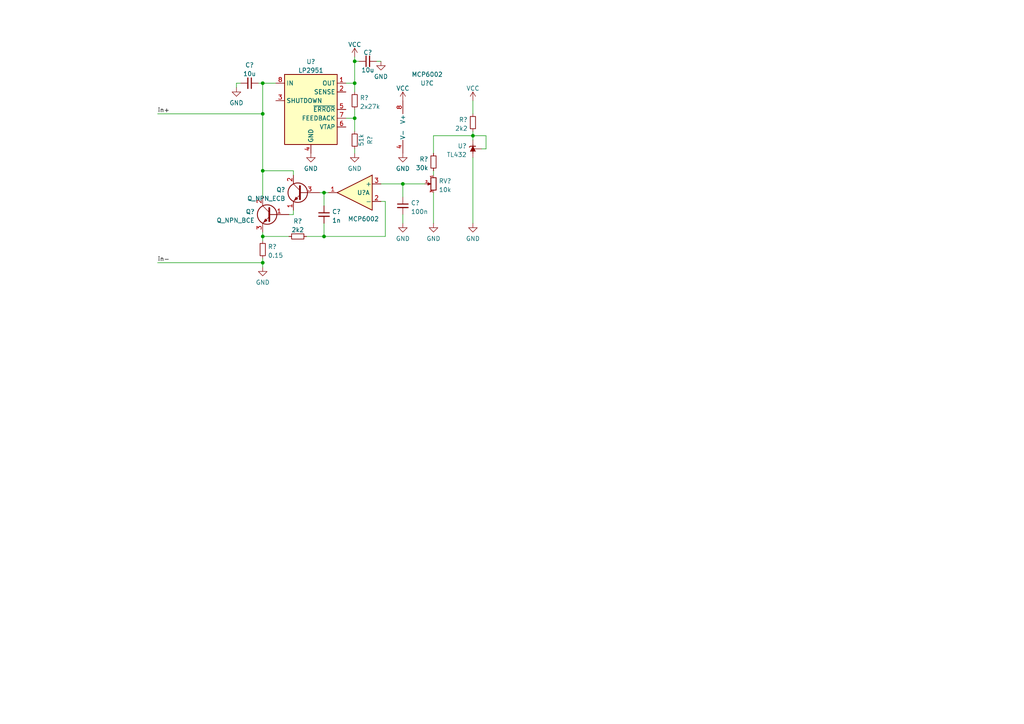
<source format=kicad_sch>
(kicad_sch (version 20211123) (generator eeschema)
  (paper "A4")
  (title_block (company "https://www.youtube.com/watch?v=5xhLJlqCREA&list=PLcPVut3PPAOmB1FkjjOzvfA-IIA90zTf8&index=3"))
  (lib_symbols
    (symbol "Amplifier_Operational:MCP6002-xP" (pin_names (offset 0.127))
      (property "Reference" "U" (at 0 5.08 0))
      (property "Value" "MCP6002-xP" (at 0 -5.08 0))
      (symbol "MCP6002-xP_1_1"
        (polyline (pts (xy -5.08 5.08) (xy 5.08 0) (xy -5.08 -5.08) (xy -5.08 5.08)) (stroke (width 0.254)) (fill (type background)))
        (pin output line (at 7.62 0 180) (length 2.54) (name "~") (number "1"))
        (pin input line (at -7.62 -2.54 0) (length 2.54) (name "-") (number "2"))
        (pin input line (at -7.62 2.54 0) (length 2.54) (name "+") (number "3"))
      )
      (symbol "MCP6002-xP_2_1"
        (polyline (pts (xy -5.08 5.08) (xy 5.08 0) (xy -5.08 -5.08) (xy -5.08 5.08)) (stroke (width 0.254)) (fill (type background)))
        (pin input line (at -7.62 2.54 0) (length 2.54) (name "+") (number "5"))
        (pin input line (at -7.62 -2.54 0) (length 2.54) (name "-") (number "6"))
        (pin output line (at 7.62 0 180) (length 2.54) (name "~") (number "7"))
      )
      (symbol "MCP6002-xP_3_1"
        (pin power_in line (at -2.54 -7.62 90) (length 3.81) (name "V-") (number "4"))
        (pin power_in line (at -2.54 7.62 270) (length 3.81) (name "V+") (number "8"))
      )
    )
    (symbol "Device:C_Small" (pin_numbers hide) (pin_names (offset 0.254) hide)
      (property "Reference" "C" (at 0.254 1.778 0))
      (property "Value" "C_Small" (at 0.254 -2.032 0))
      (symbol "C_Small_0_1"
        (polyline (pts (xy -1.524 -0.508) (xy 1.524 -0.508)) (stroke (width 0.3302)))
        (polyline (pts (xy -1.524 0.508) (xy 1.524 0.508)) (stroke (width 0.3048)))
      )
      (symbol "C_Small_1_1"
        (pin passive line (at 0 2.54 270) (length 2.032) (name "~") (number "1"))
        (pin passive line (at 0 -2.54 90) (length 2.032) (name "~") (number "2"))
      )
    )
    (symbol "Device:Q_NPN_BCE" (pin_names (offset 0) hide)
      (property "Reference" "Q" (at 5.08 1.27 0))
      (property "Value" "Q_NPN_BCE" (at 5.08 -1.27 0))
      (symbol "Q_NPN_BCE_0_1"
        (polyline (pts (xy 0.635 0.635) (xy 2.54 2.54)))
        (polyline (pts (xy 0.635 -0.635) (xy 2.54 -2.54) (xy 2.54 -2.54)))
        (polyline (pts (xy 0.635 1.905) (xy 0.635 -1.905) (xy 0.635 -1.905)) (stroke (width 0.508)))
        (polyline (pts (xy 1.27 -1.778) (xy 1.778 -1.27) (xy 2.286 -2.286) (xy 1.27 -1.778) (xy 1.27 -1.778)) (fill (type outline)))
        (circle (center 1.27 0) (radius 2.8194) (stroke (width 0.254)))
      )
      (symbol "Q_NPN_BCE_1_1"
        (pin input line (at -5.08 0 0) (length 5.715) (name "B") (number "1"))
        (pin passive line (at 2.54 5.08 270) (length 2.54) (name "C") (number "2"))
        (pin passive line (at 2.54 -5.08 90) (length 2.54) (name "E") (number "3"))
      )
    )
    (symbol "Device:Q_NPN_ECB" (pin_names (offset 0) hide)
      (property "Reference" "Q" (at 5.08 1.27 0))
      (property "Value" "Q_NPN_ECB" (at 5.08 -1.27 0))
      (symbol "Q_NPN_ECB_0_1"
        (polyline (pts (xy 0.635 0.635) (xy 2.54 2.54)))
        (polyline (pts (xy 0.635 -0.635) (xy 2.54 -2.54) (xy 2.54 -2.54)))
        (polyline (pts (xy 0.635 1.905) (xy 0.635 -1.905) (xy 0.635 -1.905)) (stroke (width 0.508)))
        (polyline (pts (xy 1.27 -1.778) (xy 1.778 -1.27) (xy 2.286 -2.286) (xy 1.27 -1.778) (xy 1.27 -1.778)) (fill (type outline)))
        (circle (center 1.27 0) (radius 2.8194) (stroke (width 0.254)))
      )
      (symbol "Q_NPN_ECB_1_1"
        (pin passive line (at 2.54 -5.08 90) (length 2.54) (name "E") (number "1"))
        (pin passive line (at 2.54 5.08 270) (length 2.54) (name "C") (number "2"))
        (pin passive line (at -5.08 0 0) (length 5.715) (name "B") (number "3"))
      )
    )
    (symbol "Device:R_Potentiometer_Small" (pin_names (offset 1.016) hide)
      (property "Reference" "RV" (at -4.445 0 90))
      (property "Value" "R_Potentiometer_Small" (at -2.54 0 90))
      (symbol "R_Potentiometer_Small_0_1"
        (polyline (pts (xy 0.889 0) (xy 0.635 0) (xy 1.651 0.381) (xy 1.651 -0.381) (xy 0.635 0) (xy 0.889 0)) (fill (type outline)))
        (rectangle (start 0.762 1.8034) (end -0.762 -1.8034) (stroke (width 0.254)))
      )
      (symbol "R_Potentiometer_Small_1_1"
        (pin passive line (at 0 2.54 270) (length 0.635) (name "1") (number "1"))
        (pin passive line (at 2.54 0 180) (length 0.9906) (name "2") (number "2"))
        (pin passive line (at 0 -2.54 90) (length 0.635) (name "3") (number "3"))
      )
    )
    (symbol "Device:R_Small" (pin_numbers hide) (pin_names (offset 0.254) hide)
      (property "Reference" "R" (at 0.762 0.508 0))
      (property "Value" "R_Small" (at 0.762 -1.016 0))
      (symbol "R_Small_0_1"
        (rectangle (start -0.762 1.778) (end 0.762 -1.778) (stroke (width 0.2032)))
      )
      (symbol "R_Small_1_1"
        (pin passive line (at 0 2.54 270) (length 0.762) (name "~") (number "1"))
        (pin passive line (at 0 -2.54 90) (length 0.762) (name "~") (number "2"))
      )
    )
    (symbol "Reference_Voltage:TL431LP" (pin_numbers hide) (pin_names hide)
      (property "Reference" "U" (at -2.54 2.54 0))
      (property "Value" "TL431LP" (at 0 -2.54 0))
      (symbol "TL431LP_0_1"
        (polyline (pts (xy -1.27 0) (xy 0 0) (xy 1.27 0)))
        (polyline (pts (xy -0.762 0.762) (xy 0.762 0) (xy -0.762 -0.762)) (fill (type outline)))
        (polyline (pts (xy 0.508 -1.016) (xy 0.762 -0.762) (xy 0.762 0.762) (xy 0.762 0.762)) (stroke (width 0.254)))
      )
      (symbol "TL431LP_1_1"
        (pin passive line (at 0 2.54 270) (length 2.54) (name "REF") (number "1"))
        (pin passive line (at -2.54 0 0) (length 2.54) (name "A") (number "2"))
        (pin passive line (at 2.54 0 180) (length 2.54) (name "K") (number "3"))
      )
    )
    (symbol "Regulator_Linear:LP2951-3.0_SOIC"
      (property "Reference" "U" (at -6.35 11.43 0))
      (property "Value" "LP2951-3.0_SOIC" (at 10.16 11.43 0))
      (symbol "LP2951-3.0_SOIC_0_1"
        (rectangle (start -7.62 10.16) (end 7.62 -10.16) (stroke (width 0.254)) (fill (type background)))
      )
      (symbol "LP2951-3.0_SOIC_1_1"
        (pin power_out line (at 10.16 7.62 180) (length 2.54) (name "OUT") (number "1"))
        (pin passive line (at 10.16 5.08 180) (length 2.54) (name "SENSE") (number "2"))
        (pin input line (at -10.16 2.54 0) (length 2.54) (name "SHUTDOWN") (number "3"))
        (pin power_in line (at 0 -12.7 90) (length 2.54) (name "GND") (number "4"))
        (pin open_collector line (at 10.16 0 180) (length 2.54) (name "~{ERROR}") (number "5"))
        (pin input line (at 10.16 -5.08 180) (length 2.54) (name "VTAP") (number "6"))
        (pin input line (at 10.16 -2.54 180) (length 2.54) (name "FEEDBACK") (number "7"))
        (pin power_in line (at -10.16 7.62 0) (length 2.54) (name "IN") (number "8"))
      )
    )
    (symbol "power:GND" (power) (pin_names (offset 0))
      (property "Value" "GND" (at 0 -3.81 0))
      (symbol "GND_0_1"
        (polyline (pts (xy 0 0) (xy 0 -1.27) (xy 1.27 -1.27) (xy 0 -2.54) (xy -1.27 -1.27) (xy 0 -1.27)))
      )
      (symbol "GND_1_1"
        (pin power_in line (at 0 0 270) (length 0) hide (name "GND") (number "1"))
      )
    )
    (symbol "power:VCC" (power) (pin_names (offset 0))
      (property "Value" "VCC" (at 0 3.81 0))
      (symbol "VCC_0_1"
        (polyline (pts (xy -0.762 1.27) (xy 0 2.54)))
        (polyline (pts (xy 0 0) (xy 0 2.54)))
        (polyline (pts (xy 0 2.54) (xy 0.762 1.27)))
      )
      (symbol "VCC_1_1"
        (pin power_in line (at 0 0 90) (length 0) hide (name "VCC") (number "1"))
      )
    )
  )
  (junction (at 102.87 17.78))
  (junction (at 116.84 53.34))
  (junction (at 93.98 55.88))
  (junction (at 76.2 76.2))
  (junction (at 137.16 39.37))
  (junction (at 93.98 68.58))
  (junction (at 76.2 49.53))
  (junction (at 76.2 68.58))
  (junction (at 76.2 33.02))
  (junction (at 102.87 24.13))
  (junction (at 102.87 34.29))
  (junction (at 76.2 24.13))
  (wire (pts (xy 137.16 39.37) (xy 125.73 39.37)))
  (wire (pts (xy 104.14 17.78) (xy 102.87 17.78)))
  (wire (pts (xy 76.2 77.47) (xy 76.2 76.2)))
  (wire (pts (xy 74.93 24.13) (xy 76.2 24.13)))
  (wire (pts (xy 93.98 64.77) (xy 93.98 68.58)))
  (wire (pts (xy 68.58 25.4) (xy 68.58 24.13)))
  (wire (pts (xy 76.2 69.85) (xy 76.2 68.58)))
  (wire (pts (xy 45.72 33.02) (xy 76.2 33.02)))
  (wire (pts (xy 100.33 34.29) (xy 102.87 34.29)))
  (wire (pts (xy 110.49 53.34) (xy 116.84 53.34)))
  (wire (pts (xy 76.2 68.58) (xy 76.2 67.31)))
  (wire (pts (xy 125.73 49.53) (xy 125.73 50.8)))
  (wire (pts (xy 123.19 53.34) (xy 116.84 53.34)))
  (wire (pts (xy 102.87 16.51) (xy 102.87 17.78)))
  (wire (pts (xy 111.76 58.42) (xy 110.49 58.42)))
  (wire (pts (xy 125.73 64.77) (xy 125.73 55.88)))
  (wire (pts (xy 137.16 39.37) (xy 140.97 39.37)))
  (wire (pts (xy 116.84 62.23) (xy 116.84 64.77)))
  (wire (pts (xy 137.16 39.37) (xy 137.16 38.1)))
  (wire (pts (xy 93.98 68.58) (xy 111.76 68.58)))
  (wire (pts (xy 83.82 62.23) (xy 85.09 62.23)))
  (wire (pts (xy 76.2 33.02) (xy 76.2 49.53)))
  (wire (pts (xy 137.16 64.77) (xy 137.16 45.72)))
  (wire (pts (xy 137.16 40.64) (xy 137.16 39.37)))
  (wire (pts (xy 85.09 50.8) (xy 85.09 49.53)))
  (wire (pts (xy 92.71 55.88) (xy 93.98 55.88)))
  (wire (pts (xy 76.2 76.2) (xy 76.2 74.93)))
  (wire (pts (xy 140.97 43.18) (xy 139.7 43.18)))
  (wire (pts (xy 93.98 68.58) (xy 88.9 68.58)))
  (wire (pts (xy 102.87 34.29) (xy 102.87 31.75)))
  (wire (pts (xy 76.2 68.58) (xy 83.82 68.58)))
  (wire (pts (xy 85.09 49.53) (xy 76.2 49.53)))
  (wire (pts (xy 116.84 53.34) (xy 116.84 57.15)))
  (wire (pts (xy 68.58 24.13) (xy 69.85 24.13)))
  (wire (pts (xy 102.87 34.29) (xy 102.87 38.1)))
  (wire (pts (xy 109.22 17.78) (xy 110.49 17.78)))
  (wire (pts (xy 93.98 55.88) (xy 95.25 55.88)))
  (wire (pts (xy 102.87 43.18) (xy 102.87 44.45)))
  (wire (pts (xy 76.2 49.53) (xy 76.2 57.15)))
  (wire (pts (xy 125.73 39.37) (xy 125.73 44.45)))
  (wire (pts (xy 102.87 17.78) (xy 102.87 24.13)))
  (wire (pts (xy 102.87 24.13) (xy 100.33 24.13)))
  (wire (pts (xy 76.2 24.13) (xy 76.2 33.02)))
  (wire (pts (xy 85.09 62.23) (xy 85.09 60.96)))
  (wire (pts (xy 80.01 24.13) (xy 76.2 24.13)))
  (wire (pts (xy 102.87 26.67) (xy 102.87 24.13)))
  (wire (pts (xy 140.97 39.37) (xy 140.97 43.18)))
  (wire (pts (xy 45.72 76.2) (xy 76.2 76.2)))
  (wire (pts (xy 137.16 33.02) (xy 137.16 29.21)))
  (wire (pts (xy 93.98 59.69) (xy 93.98 55.88)))
  (wire (pts (xy 111.76 68.58) (xy 111.76 58.42)))
  (label "in+" (at 45.72 33.02 0))
  (label "in-" (at 45.72 76.2 0))
  (symbol (lib_id "Amplifier_Operational:MCP6002-xP") (at 114.3 36.83 0) (mirror y) (unit 3)
    (property "Reference" "U?" (at 121.92 24.13 0) (effects (justify right)))
    (property "Value" "MCP6002" (at 119.38 21.59 0) (effects (justify right)))
    (property "Datasheet" "http://ww1.microchip.com/downloads/en/DeviceDoc/21733j.pdf" (effects hide))
  )
  (symbol (lib_id "power:GND") (at 116.84 44.45 0) (unit 1)
    (property "Reference" "#PWR?" (effects hide))
    (property "Value" "GND" (at 116.84 48.8934 0))
  )
  (symbol (lib_id "Device:R_Small") (at 102.87 29.21 0) (mirror y) (unit 1)
    (property "Reference" "R?" (at 104.3686 28.3753 0) (effects (justify right)))
    (property "Value" "2x27k" (at 104.3686 30.9122 0) (effects (justify right)))
  )
  (symbol (lib_id "Device:R_Potentiometer_Small") (at 125.73 53.34 0) (mirror y) (unit 1)
    (property "Reference" "RV?" (at 127.254 52.5053 0) (effects (justify right)))
    (property "Value" "10k" (at 127.254 55.0422 0) (effects (justify right)))
  )
  (symbol (lib_id "Device:Q_NPN_BCE") (at 78.74 62.23 0) (mirror y) (unit 1)
    (property "Reference" "Q?" (at 73.8887 61.3953 0) (effects (justify left)))
    (property "Value" "Q_NPN_BCE" (at 73.8887 63.9322 0) (effects (justify left)))
  )
  (symbol (lib_id "Device:R_Small") (at 102.87 40.64 0) (mirror y) (unit 1)
    (property "Reference" "R?" (at 107.3064 40.64 90))
    (property "Value" "51k" (at 104.7695 40.64 90))
  )
  (symbol (lib_id "power:VCC") (at 102.87 16.51 0) (unit 1)
    (property "Reference" "#PWR?" (effects hide))
    (property "Value" "VCC" (at 102.87 12.9342 0))
  )
  (symbol (lib_id "power:GND") (at 76.2 77.47 0) (unit 1)
    (property "Reference" "#PWR?" (effects hide))
    (property "Value" "GND" (at 76.2 81.9134 0))
  )
  (symbol (lib_id "Device:R_Small") (at 125.73 46.99 0) (mirror x) (unit 1)
    (property "Reference" "R?" (at 124.2315 46.1553 0) (effects (justify right)))
    (property "Value" "30k" (at 124.2315 48.6922 0) (effects (justify right)))
  )
  (symbol (lib_id "Amplifier_Operational:MCP6002-xP") (at 102.87 55.88 0) (mirror y) (unit 1)
    (property "Reference" "U?" (at 105.41 55.88 0))
    (property "Value" "MCP6002" (at 105.41 63.5 0))
    (property "Datasheet" "http://ww1.microchip.com/downloads/en/DeviceDoc/21733j.pdf" (effects hide))
  )
  (symbol (lib_id "power:GND") (at 116.84 64.77 0) (unit 1)
    (property "Reference" "#PWR?" (effects hide))
    (property "Value" "GND" (at 116.84 69.2134 0))
  )
  (symbol (lib_id "power:GND") (at 102.87 44.45 0) (unit 1)
    (property "Reference" "#PWR?" (effects hide))
    (property "Value" "GND" (at 102.87 48.8934 0))
  )
  (symbol (lib_id "Device:C_Small") (at 72.39 24.13 270) (unit 1)
    (property "Reference" "C?" (at 72.3836 18.8681 90))
    (property "Value" "10u" (at 72.3836 21.405 90))
  )
  (symbol (lib_id "Reference_Voltage:TL431LP") (at 137.16 43.18 270) (mirror x) (unit 1)
    (property "Reference" "U?" (at 135.3821 42.3453 90) (effects (justify right)))
    (property "Value" "TL432" (at 135.3821 44.8822 90) (effects (justify right)))
    (property "Footprint" "Package_TO_SOT_THT:TO-92_Inline" (effects hide))
    (property "Datasheet" "http://www.ti.com/lit/ds/symlink/tl431.pdf" (effects hide))
  )
  (symbol (lib_id "Device:R_Small") (at 137.16 35.56 0) (mirror x) (unit 1)
    (property "Reference" "R?" (at 135.6615 34.7253 0) (effects (justify right)))
    (property "Value" "2k2" (at 135.6615 37.2622 0) (effects (justify right)))
  )
  (symbol (lib_id "power:GND") (at 110.49 17.78 0) (unit 1)
    (property "Reference" "#PWR?" (effects hide))
    (property "Value" "GND" (at 110.49 22.2234 0))
  )
  (symbol (lib_id "power:VCC") (at 116.84 29.21 0) (unit 1)
    (property "Reference" "#PWR?" (effects hide))
    (property "Value" "VCC" (at 116.84 25.6342 0))
  )
  (symbol (lib_id "Device:C_Small") (at 93.98 62.23 0) (unit 1)
    (property "Reference" "C?" (at 96.3041 61.4016 0) (effects (justify left)))
    (property "Value" "1n" (at 96.3041 63.9385 0) (effects (justify left)))
  )
  (symbol (lib_id "Device:C_Small") (at 106.68 17.78 90) (unit 1)
    (property "Reference" "C?" (at 106.68 15.24 90))
    (property "Value" "10u" (at 106.68 20.32 90))
  )
  (symbol (lib_id "Device:Q_NPN_ECB") (at 87.63 55.88 0) (mirror y) (unit 1)
    (property "Reference" "Q?" (at 82.7787 55.0453 0) (effects (justify left)))
    (property "Value" "Q_NPN_ECB" (at 82.7787 57.5822 0) (effects (justify left)))
  )
  (symbol (lib_id "Regulator_Linear:LP2951-3.0_SOIC") (at 90.17 31.75 0) (unit 1)
    (property "Reference" "U?" (at 90.17 17.8902 0))
    (property "Value" "LP2951" (at 90.17 20.4271 0))
    (property "Footprint" "Package_SO:SOIC-8_3.9x4.9mm_P1.27mm" (effects hide))
    (property "Datasheet" "http://www.ti.com/lit/ds/symlink/lp2951.pdf" (effects hide))
  )
  (symbol (lib_id "Device:C_Small") (at 116.84 59.69 0) (unit 1)
    (property "Reference" "C?" (at 119.1641 58.8616 0) (effects (justify left)))
    (property "Value" "100n" (at 119.1641 61.3985 0) (effects (justify left)))
  )
  (symbol (lib_id "power:GND") (at 90.17 44.45 0) (unit 1)
    (property "Reference" "#PWR?" (effects hide))
    (property "Value" "GND" (at 90.17 48.8934 0))
  )
  (symbol (lib_id "power:VCC") (at 137.16 29.21 0) (unit 1)
    (property "Reference" "#PWR?" (effects hide))
    (property "Value" "VCC" (at 137.16 25.6342 0))
  )
  (symbol (lib_id "power:GND") (at 137.16 64.77 0) (unit 1)
    (property "Reference" "#PWR?" (effects hide))
    (property "Value" "GND" (at 137.16 69.2134 0))
  )
  (symbol (lib_id "Device:R_Small") (at 76.2 72.39 0) (unit 1)
    (property "Reference" "R?" (at 77.6986 71.5553 0) (effects (justify left)))
    (property "Value" "0.15" (at 77.6986 74.0922 0) (effects (justify left)))
  )
  (symbol (lib_id "power:GND") (at 125.73 64.77 0) (unit 1)
    (property "Reference" "#PWR?" (effects hide))
    (property "Value" "GND" (at 125.73 69.2134 0))
  )
  (symbol (lib_id "Device:R_Small") (at 86.36 68.58 90) (unit 1)
    (property "Reference" "R?" (at 86.36 64.1436 90))
    (property "Value" "2k2" (at 86.36 66.6805 90))
  )
  (symbol (lib_id "power:GND") (at 68.58 25.4 0) (unit 1)
    (property "Reference" "#PWR?" (effects hide))
    (property "Value" "GND" (at 68.58 29.8434 0))
  )
)
</source>
